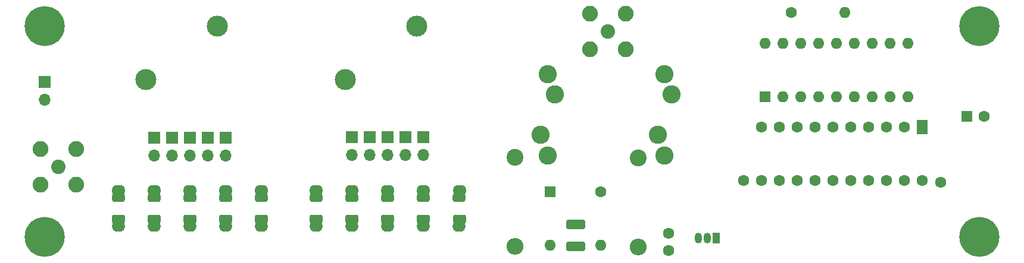
<source format=gbr>
%TF.GenerationSoftware,KiCad,Pcbnew,(6.0.7)*%
%TF.CreationDate,2022-09-09T12:51:11-07:00*%
%TF.ProjectId,12AQ5_lpf_rfout,31324151-355f-46c7-9066-5f72666f7574,rev?*%
%TF.SameCoordinates,Original*%
%TF.FileFunction,Soldermask,Top*%
%TF.FilePolarity,Negative*%
%FSLAX46Y46*%
G04 Gerber Fmt 4.6, Leading zero omitted, Abs format (unit mm)*
G04 Created by KiCad (PCBNEW (6.0.7)) date 2022-09-09 12:51:11*
%MOMM*%
%LPD*%
G01*
G04 APERTURE LIST*
G04 Aperture macros list*
%AMRoundRect*
0 Rectangle with rounded corners*
0 $1 Rounding radius*
0 $2 $3 $4 $5 $6 $7 $8 $9 X,Y pos of 4 corners*
0 Add a 4 corners polygon primitive as box body*
4,1,4,$2,$3,$4,$5,$6,$7,$8,$9,$2,$3,0*
0 Add four circle primitives for the rounded corners*
1,1,$1+$1,$2,$3*
1,1,$1+$1,$4,$5*
1,1,$1+$1,$6,$7*
1,1,$1+$1,$8,$9*
0 Add four rect primitives between the rounded corners*
20,1,$1+$1,$2,$3,$4,$5,0*
20,1,$1+$1,$4,$5,$6,$7,0*
20,1,$1+$1,$6,$7,$8,$9,0*
20,1,$1+$1,$8,$9,$2,$3,0*%
G04 Aperture macros list end*
%ADD10RoundRect,0.216566X-0.677934X0.357334X-0.677934X-0.357334X0.677934X-0.357334X0.677934X0.357334X0*%
%ADD11O,1.955800X1.562000*%
%ADD12O,1.905000X1.562000*%
%ADD13RoundRect,0.232754X-0.674446X0.384046X-0.674446X-0.384046X0.674446X-0.384046X0.674446X0.384046X0*%
%ADD14R,1.700000X1.700000*%
%ADD15O,1.700000X1.700000*%
%ADD16R,1.050000X1.500000*%
%ADD17O,1.050000X1.500000*%
%ADD18R,1.600000X1.600000*%
%ADD19C,1.600000*%
%ADD20O,1.600000X1.600000*%
%ADD21C,2.600000*%
%ADD22C,3.000000*%
%ADD23C,3.600000*%
%ADD24C,5.700000*%
%ADD25RoundRect,0.250000X-1.100000X0.412500X-1.100000X-0.412500X1.100000X-0.412500X1.100000X0.412500X0*%
%ADD26C,2.050000*%
%ADD27C,2.250000*%
%ADD28R,1.600000X2.032000*%
%ADD29C,2.400000*%
%ADD30O,2.400000X2.400000*%
G04 APERTURE END LIST*
D10*
%TO.C,C2*%
X106847300Y-104424300D03*
D11*
X106865500Y-103374200D03*
D12*
X106840100Y-108454200D03*
D13*
X106860000Y-107450000D03*
%TD*%
D11*
%TO.C,C3*%
X111945500Y-103374200D03*
D10*
X111927300Y-104424300D03*
D13*
X111940000Y-107450000D03*
D12*
X111920100Y-108454200D03*
%TD*%
D14*
%TO.C,J9*%
X142630000Y-95800000D03*
D15*
X142630000Y-98340000D03*
%TD*%
D16*
%TO.C,U1*%
X191890000Y-110150000D03*
D17*
X190620000Y-110150000D03*
X189350000Y-110150000D03*
%TD*%
D18*
%TO.C,C13*%
X227494888Y-92800000D03*
D19*
X229994888Y-92800000D03*
%TD*%
D11*
%TO.C,C10*%
X150262700Y-103391000D03*
D10*
X150244500Y-104441100D03*
D13*
X150257200Y-107466800D03*
D12*
X150237300Y-108471000D03*
%TD*%
D14*
%TO.C,J6*%
X119560000Y-95850000D03*
D15*
X119560000Y-98390000D03*
%TD*%
D14*
%TO.C,J5*%
X117020000Y-95850000D03*
D15*
X117020000Y-98390000D03*
%TD*%
D14*
%TO.C,J7*%
X122100000Y-95850000D03*
D15*
X122100000Y-98390000D03*
%TD*%
D19*
%TO.C,R4*%
X202550000Y-78050000D03*
D20*
X210170000Y-78050000D03*
%TD*%
D21*
%TO.C,T1*%
X167950000Y-86800000D03*
X167915200Y-98400000D03*
X168950000Y-89740000D03*
X166950000Y-95460000D03*
%TD*%
D10*
%TO.C,C11*%
X155350000Y-104450000D03*
D11*
X155368200Y-103399900D03*
D13*
X155362700Y-107475700D03*
D12*
X155342800Y-108479900D03*
%TD*%
D19*
%TO.C,R3*%
X175500000Y-103590000D03*
D20*
X175500000Y-111210000D03*
%TD*%
D11*
%TO.C,C7*%
X135022700Y-103391000D03*
D10*
X135004500Y-104441100D03*
D13*
X135017200Y-107466800D03*
D12*
X134997300Y-108471000D03*
%TD*%
D14*
%TO.C,J2*%
X96400000Y-87950000D03*
D15*
X96400000Y-90490000D03*
%TD*%
D19*
%TO.C,J15*%
X223790000Y-102200000D03*
%TD*%
D18*
%TO.C,D1*%
X168250000Y-103590000D03*
D20*
X168250000Y-111210000D03*
%TD*%
D19*
%TO.C,J14*%
X195740000Y-102000000D03*
%TD*%
D21*
%TO.C,T2*%
X184515200Y-98400000D03*
X184550000Y-86800000D03*
X183550000Y-95460000D03*
X185550000Y-89740000D03*
%TD*%
D18*
%TO.C,U2*%
X198800000Y-90050000D03*
D20*
X201340000Y-90050000D03*
X203880000Y-90050000D03*
X206420000Y-90050000D03*
X208960000Y-90050000D03*
X211500000Y-90050000D03*
X214040000Y-90050000D03*
X216580000Y-90050000D03*
X219120000Y-90050000D03*
X219120000Y-82430000D03*
X216580000Y-82430000D03*
X214040000Y-82430000D03*
X211500000Y-82430000D03*
X208960000Y-82430000D03*
X206420000Y-82430000D03*
X203880000Y-82430000D03*
X201340000Y-82430000D03*
X198800000Y-82430000D03*
%TD*%
D22*
%TO.C,L1*%
X110770000Y-87605000D03*
X120930000Y-79985000D03*
%TD*%
D10*
%TO.C,C8*%
X140084500Y-104441100D03*
D11*
X140102700Y-103391000D03*
D13*
X140097200Y-107466800D03*
D12*
X140077300Y-108471000D03*
%TD*%
D10*
%TO.C,C4*%
X117014500Y-104441100D03*
D11*
X117032700Y-103391000D03*
D13*
X117027200Y-107466800D03*
D12*
X117007300Y-108471000D03*
%TD*%
D23*
%TO.C,H3*%
X229350000Y-110000000D03*
D24*
X229350000Y-110000000D03*
X229350000Y-110000000D03*
%TD*%
%TO.C,H2*%
X96350000Y-110000000D03*
D23*
X96350000Y-110000000D03*
D24*
X96350000Y-110000000D03*
%TD*%
D25*
%TO.C,C12*%
X171900000Y-108237500D03*
X171900000Y-111362500D03*
%TD*%
D22*
%TO.C,L2*%
X139170000Y-87605000D03*
X149330000Y-79985000D03*
%TD*%
D14*
%TO.C,J8*%
X140090000Y-95800000D03*
D15*
X140090000Y-98340000D03*
%TD*%
D14*
%TO.C,J4*%
X114480000Y-95850000D03*
D15*
X114480000Y-98390000D03*
%TD*%
D26*
%TO.C,J13*%
X176500000Y-80750000D03*
D27*
X179040000Y-83290000D03*
X173960000Y-78210000D03*
X179040000Y-78210000D03*
X173960000Y-83290000D03*
%TD*%
D11*
%TO.C,C5*%
X122112700Y-103381000D03*
D10*
X122094500Y-104431100D03*
D12*
X122087300Y-108461000D03*
D13*
X122107200Y-107456800D03*
%TD*%
D14*
%TO.C,J12*%
X150250000Y-95800000D03*
D15*
X150250000Y-98340000D03*
%TD*%
D28*
%TO.C,BAR1*%
X221172500Y-94397500D03*
D19*
X218632500Y-94397500D03*
X216092500Y-94397500D03*
X213552500Y-94397500D03*
X211012500Y-94397500D03*
X208472500Y-94397500D03*
X205932500Y-94397500D03*
X203392500Y-94397500D03*
X200852500Y-94397500D03*
X198312500Y-94397500D03*
X198312500Y-102017500D03*
X200852500Y-102017500D03*
X203392500Y-102017500D03*
X205932500Y-102017500D03*
X208472500Y-102017500D03*
X211012500Y-102017500D03*
X213552500Y-102017500D03*
X216092500Y-102017500D03*
X218632500Y-102017500D03*
X221172500Y-102017500D03*
%TD*%
D29*
%TO.C,R2*%
X163250000Y-98650000D03*
D30*
X163250000Y-111350000D03*
%TD*%
D26*
%TO.C,J1*%
X98300000Y-100000000D03*
D27*
X95760000Y-102540000D03*
X100840000Y-97460000D03*
X100840000Y-102540000D03*
X95760000Y-97460000D03*
%TD*%
D10*
%TO.C,C9*%
X145164500Y-104450000D03*
D11*
X145182700Y-103399900D03*
D12*
X145157300Y-108479900D03*
D13*
X145177200Y-107475700D03*
%TD*%
D14*
%TO.C,J10*%
X145170000Y-95800000D03*
D15*
X145170000Y-98340000D03*
%TD*%
D14*
%TO.C,J3*%
X111940000Y-95850000D03*
D15*
X111940000Y-98390000D03*
%TD*%
D24*
%TO.C,H1*%
X96350000Y-80000000D03*
D23*
X96350000Y-80000000D03*
D24*
X96350000Y-80000000D03*
%TD*%
D29*
%TO.C,R1*%
X180800000Y-98800000D03*
D30*
X180800000Y-111500000D03*
%TD*%
D10*
%TO.C,C6*%
X127174500Y-104431100D03*
D11*
X127192700Y-103381000D03*
D13*
X127187200Y-107456800D03*
D12*
X127167300Y-108461000D03*
%TD*%
D19*
%TO.C,C1*%
X185150000Y-109500000D03*
X185150000Y-112000000D03*
%TD*%
D14*
%TO.C,J11*%
X147710000Y-95800000D03*
D15*
X147710000Y-98340000D03*
%TD*%
D24*
%TO.C,H4*%
X229350000Y-80000000D03*
D23*
X229350000Y-80000000D03*
D24*
X229350000Y-80000000D03*
%TD*%
M02*

</source>
